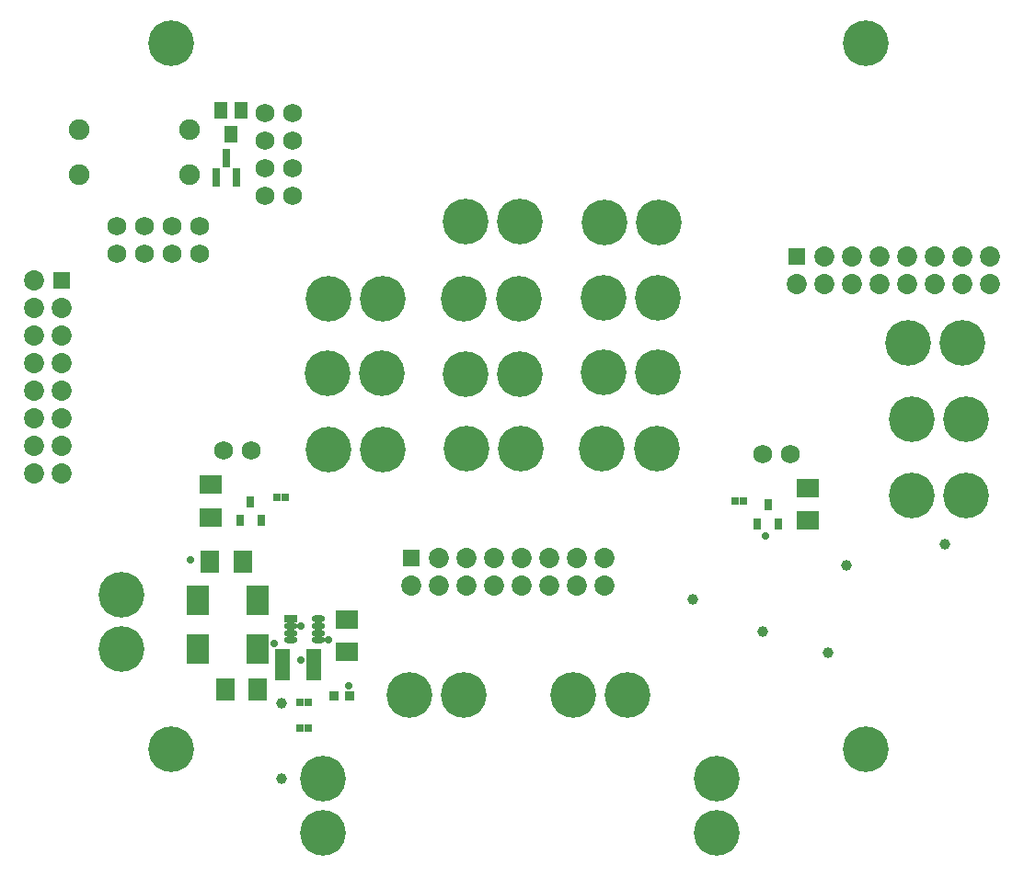
<source format=gts>
G04 Layer_Color=20142*
%FSLAX24Y24*%
%MOIN*%
G70*
G01*
G75*
%ADD57R,0.0671X0.0828*%
%ADD58R,0.0375X0.0375*%
%ADD59R,0.0828X0.0671*%
%ADD60R,0.0297X0.0257*%
%ADD61R,0.0820X0.1060*%
%ADD62O,0.0493X0.0257*%
%ADD63R,0.0493X0.0257*%
%ADD64R,0.0316X0.0434*%
%ADD65R,0.0316X0.0434*%
%ADD66R,0.0316X0.0710*%
%ADD67R,0.0474X0.0631*%
%ADD68R,0.0552X0.1182*%
%ADD69C,0.1655*%
%ADD70C,0.0680*%
%ADD71R,0.0620X0.0620*%
%ADD72C,0.0730*%
%ADD73C,0.0749*%
%ADD74R,0.0620X0.0620*%
%ADD75C,0.0277*%
%ADD76C,0.0395*%
D57*
X14026Y33189D02*
D03*
X15207D02*
D03*
X15748Y28543D02*
D03*
X14567D02*
D03*
D58*
X18524Y28307D02*
D03*
X19075D02*
D03*
D59*
X18967Y29892D02*
D03*
Y31073D02*
D03*
X35679Y35846D02*
D03*
Y34665D02*
D03*
X14045Y35965D02*
D03*
Y34783D02*
D03*
D60*
X17283Y27126D02*
D03*
X17579D02*
D03*
Y28071D02*
D03*
X17283D02*
D03*
X16752Y35522D02*
D03*
X16457D02*
D03*
X33337Y35384D02*
D03*
X33041D02*
D03*
D61*
X13570Y31791D02*
D03*
X15760D02*
D03*
X13570Y30020D02*
D03*
X15760D02*
D03*
D62*
X17953Y30335D02*
D03*
Y30591D02*
D03*
Y30846D02*
D03*
Y31102D02*
D03*
X16929Y30335D02*
D03*
Y30591D02*
D03*
Y30846D02*
D03*
D63*
Y31102D02*
D03*
D64*
X34232Y35226D02*
D03*
X15492Y35354D02*
D03*
D65*
X34606Y34557D02*
D03*
X33858D02*
D03*
X15866Y34685D02*
D03*
X15118D02*
D03*
D66*
X14232Y47116D02*
D03*
X14980D02*
D03*
X14606Y47825D02*
D03*
D67*
X14774Y48671D02*
D03*
X14400Y49537D02*
D03*
X15148D02*
D03*
D68*
X16654Y29429D02*
D03*
X17795D02*
D03*
D69*
X27165Y28346D02*
D03*
X29134D02*
D03*
X21260D02*
D03*
X23228D02*
D03*
X18110Y25295D02*
D03*
Y23327D02*
D03*
X32382Y25295D02*
D03*
Y23327D02*
D03*
X30276Y45472D02*
D03*
X28307D02*
D03*
X25236Y45512D02*
D03*
X23268D02*
D03*
X10817Y30020D02*
D03*
Y31988D02*
D03*
X30197Y37283D02*
D03*
X28228D02*
D03*
X30236Y40039D02*
D03*
X28268D02*
D03*
X30236Y42756D02*
D03*
X28268D02*
D03*
X25236Y39961D02*
D03*
X23268D02*
D03*
X25276Y37283D02*
D03*
X23307D02*
D03*
X25197Y42717D02*
D03*
X23228D02*
D03*
X20266D02*
D03*
X18297D02*
D03*
X20285Y37254D02*
D03*
X18317D02*
D03*
X20256Y40000D02*
D03*
X18287D02*
D03*
X41407Y35571D02*
D03*
X39439D02*
D03*
X41398Y38327D02*
D03*
X39429D02*
D03*
X41270Y41093D02*
D03*
X39301D02*
D03*
X37795Y51968D02*
D03*
Y26378D02*
D03*
X12598D02*
D03*
Y51968D02*
D03*
D70*
X15512Y37195D02*
D03*
X14512D02*
D03*
X34045Y37067D02*
D03*
X35045D02*
D03*
X13661Y44354D02*
D03*
X12661D02*
D03*
X11661D02*
D03*
X10661D02*
D03*
X13661Y45354D02*
D03*
X12661D02*
D03*
X11661D02*
D03*
X10661D02*
D03*
X17014Y49429D02*
D03*
Y48429D02*
D03*
Y47429D02*
D03*
Y46429D02*
D03*
X16014Y49429D02*
D03*
Y48429D02*
D03*
Y47429D02*
D03*
Y46429D02*
D03*
D71*
X8661Y43366D02*
D03*
D72*
X7661D02*
D03*
X8661Y42366D02*
D03*
X7661D02*
D03*
X8661Y41366D02*
D03*
X7661D02*
D03*
X8661Y40366D02*
D03*
X7661D02*
D03*
X8661Y39366D02*
D03*
X7661D02*
D03*
X8661Y38366D02*
D03*
X7661D02*
D03*
X8661Y37366D02*
D03*
X7661D02*
D03*
X8661Y36366D02*
D03*
X7661D02*
D03*
X21319Y32307D02*
D03*
X22319Y33307D02*
D03*
Y32307D02*
D03*
X23319Y33307D02*
D03*
Y32307D02*
D03*
X24319Y33307D02*
D03*
Y32307D02*
D03*
X25319Y33307D02*
D03*
Y32307D02*
D03*
X26319Y33307D02*
D03*
Y32307D02*
D03*
X27319Y33307D02*
D03*
Y32307D02*
D03*
X28319Y33307D02*
D03*
Y32307D02*
D03*
X35276Y43242D02*
D03*
X36276Y44242D02*
D03*
Y43242D02*
D03*
X37276Y44242D02*
D03*
Y43242D02*
D03*
X38276Y44242D02*
D03*
Y43242D02*
D03*
X39276Y44242D02*
D03*
Y43242D02*
D03*
X40276Y44242D02*
D03*
Y43242D02*
D03*
X41276Y44242D02*
D03*
Y43242D02*
D03*
X42276Y44242D02*
D03*
Y43242D02*
D03*
D73*
X9270Y48848D02*
D03*
X13270D02*
D03*
Y47195D02*
D03*
X9270D02*
D03*
D74*
X21319Y33307D02*
D03*
X35276Y44242D02*
D03*
D75*
X13317Y33228D02*
D03*
X16348Y30197D02*
D03*
X18327Y30344D02*
D03*
X19045Y28671D02*
D03*
X17303Y29596D02*
D03*
Y30846D02*
D03*
X34134Y34124D02*
D03*
D76*
X16614Y28031D02*
D03*
Y25295D02*
D03*
X36407Y29882D02*
D03*
X37067Y33031D02*
D03*
X31496Y31801D02*
D03*
X40659Y33799D02*
D03*
X34055Y30630D02*
D03*
M02*

</source>
